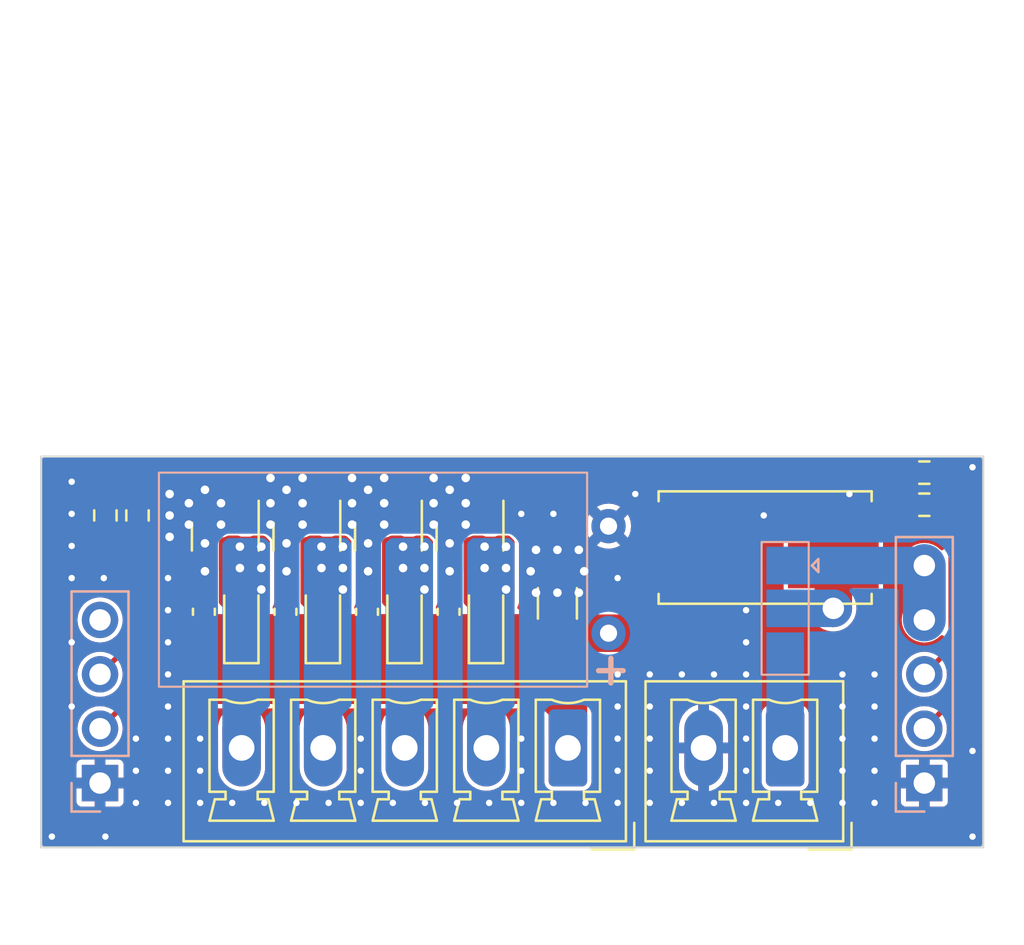
<source format=kicad_pcb>
(kicad_pcb (version 20221018) (generator pcbnew)
  (layers (0 "F.Cu" signal) (31 "B.Cu" signal) (34 "B.Paste" user) (35 "F.Paste" user) (36 "B.SilkS" user "B.Silkscreen") (37 "F.SilkS" user "F.Silkscreen") (38 "B.Mask" user) (39 "F.Mask" user) (44 "Edge.Cuts" user))
  (net 0 "")
  (net 1 "GND")
  (net 2 "+5V")
  (net 3 "VBUS")
  (net 4 "/OUT3")
  (net 5 "/OUT2")
  (net 6 "/OUT0")
  (net 7 "/OUT1")
  (net 8 "VCC")
  (net 9 "Net-(JP1-C)")
  (net 10 "/IN2")
  (net 11 "/IN3")
  (net 12 "Net-(J2-Pin_1)")
  (net 13 "/IN0")
  (net 14 "/IN1")
  (net 15 "Net-(Q1-G)")
  (net 16 "Net-(Q2-G)")
  (net 17 "Net-(Q3-G)")
  (net 18 "Net-(Q4-G)")
  (footprint "Capacitor_SMD:C_0603_1608Metric" (layer "F.Cu") (at 146.0305 110.5 90)
    (fp_text reference "C3" hide)
    (fp_text value "C")
    (fp_line (start -0.14058 -0.51) (end 0.14058 -0.51) (stroke (width 0.12)) (layer "F.SilkS"))
    (fp_line (start -0.14058 0.51) (end 0.14058 0.51) (stroke (width 0.12)) (layer "F.SilkS"))
    (pad "1" smd roundrect (at -0.775 0 90) (size 0.9 0.95) (layers "F.Cu" "F.Paste" "F.Mask") (net 8 "VCC"))
    (pad "2" smd roundrect (at 0.775 0 90) (size 0.9 0.95) (layers "F.Cu" "F.Paste" "F.Mask") (net 1 "GND"))
  )
  (footprint "Resistor_SMD:R_0603_1608Metric" (layer "F.Cu") (at 131.5 106 90)
    (fp_text reference "R1" hide)
    (fp_text value "R")
    (fp_line (start -0.237258 -0.5225) (end 0.237258 -0.5225) (stroke (width 0.12)) (layer "F.SilkS"))
    (fp_line (start -0.237258 0.5225) (end 0.237258 0.5225) (stroke (width 0.12)) (layer "F.SilkS"))
    (pad "1" smd roundrect (at -0.825 0 90) (size 0.8 0.95) (layers "F.Cu" "F.Paste" "F.Mask") (net 13 "/IN0"))
    (pad "2" smd roundrect (at 0.825 0 90) (size 0.8 0.95) (layers "F.Cu" "F.Paste" "F.Mask") (net 15 "Net-(Q1-G)"))
  )
  (footprint "Capacitor_SMD:C_0603_1608Metric" (layer "F.Cu") (at 134.6005 110.5 90)
    (fp_text reference "C6" hide)
    (fp_text value "C")
    (fp_line (start -0.14058 -0.51) (end 0.14058 -0.51) (stroke (width 0.12)) (layer "F.SilkS"))
    (fp_line (start -0.14058 0.51) (end 0.14058 0.51) (stroke (width 0.12)) (layer "F.SilkS"))
    (pad "1" smd roundrect (at -0.775 0 90) (size 0.9 0.95) (layers "F.Cu" "F.Paste" "F.Mask") (net 8 "VCC"))
    (pad "2" smd roundrect (at 0.775 0 90) (size 0.9 0.95) (layers "F.Cu" "F.Paste" "F.Mask") (net 1 "GND"))
  )
  (footprint "Resistor_SMD:R_0603_1608Metric" (layer "F.Cu") (at 168.25 105.5 180)
    (fp_text reference "R4" hide)
    (fp_text value "R")
    (fp_line (start -0.237258 -0.5225) (end 0.237258 -0.5225) (stroke (width 0.12)) (layer "F.SilkS"))
    (fp_line (start -0.237258 0.5225) (end 0.237258 0.5225) (stroke (width 0.12)) (layer "F.SilkS"))
    (pad "1" smd roundrect (at -0.825 0 180) (size 0.8 0.95) (layers "F.Cu" "F.Paste" "F.Mask") (net 11 "/IN3"))
    (pad "2" smd roundrect (at 0.825 0 180) (size 0.8 0.95) (layers "F.Cu" "F.Paste" "F.Mask") (net 18 "Net-(Q4-G)"))
  )
  (footprint "Package_TO_SOT_SMD:SOT-23" (layer "F.Cu") (at 135.6005 106.990001 -90)
    (fp_text reference "Q1" hide)
    (fp_text value "AO3400A")
    (fp_line (start 0 -1.56) (end -1.675 -1.56) (stroke (width 0.12)) (layer "F.SilkS"))
    (fp_line (start 0 -1.56) (end 0.65 -1.56) (stroke (width 0.12)) (layer "F.SilkS"))
    (fp_line (start 0 1.56) (end -0.65 1.56) (stroke (width 0.12)) (layer "F.SilkS"))
    (fp_line (start 0 1.56) (end 0.65 1.56) (stroke (width 0.12)) (layer "F.SilkS"))
    (pad "1" smd roundrect (at -0.9375 -0.95 270) (size 1.475 0.6) (layers "F.Cu" "F.Paste" "F.Mask") (net 15 "Net-(Q1-G)"))
    (pad "2" smd roundrect (at -0.9375 0.95 270) (size 1.475 0.6) (layers "F.Cu" "F.Paste" "F.Mask") (net 1 "GND"))
    (pad "3" smd roundrect (at 0.9375 0 270) (size 1.475 0.6) (layers "F.Cu" "F.Paste" "F.Mask") (net 6 "/OUT0"))
  )
  (footprint "Connector_Phoenix_MC:PhoenixContact_MCV_1,5_2-G-3.81_1x02_P3.81mm_Vertical" (layer "F.Cu") (at 161.75 116.8575 180)
    (fp_text reference "J2" hide)
    (fp_text value "Screw_Terminal_01x02")
    (fp_line (start -3.1 -4.75) (end -1.1 -4.75) (stroke (width 0.12)) (layer "F.SilkS"))
    (fp_line (start -3.1 -3.5) (end -3.1 -4.75) (stroke (width 0.12)) (layer "F.SilkS"))
    (fp_line (start -2.71 -4.36) (end -2.71 3.11) (stroke (width 0.12)) (layer "F.SilkS"))
    (fp_line (start -2.71 3.11) (end 6.52 3.11) (stroke (width 0.12)) (layer "F.SilkS"))
    (fp_line (start -1.5 -3.4) (end 1.5 -3.4) (stroke (width 0.12)) (layer "F.SilkS"))
    (fp_line (start -1.5 -2.05) (end -0.75 -2.05) (stroke (width 0.12)) (layer "F.SilkS"))
    (fp_line (start -1.5 2.25) (end -1.5 -2.05) (stroke (width 0.12)) (layer "F.SilkS"))
    (fp_line (start -1.25 -2.4) (end -1.5 -3.4) (stroke (width 0.12)) (layer "F.SilkS"))
    (fp_line (start -0.75 -2.4) (end -1.25 -2.4) (stroke (width 0.12)) (layer "F.SilkS"))
    (fp_line (start -0.75 -2.05) (end -0.75 -2.4) (stroke (width 0.12)) (layer "F.SilkS"))
    (fp_line (start -0.75 2.25) (end -1.5 2.25) (stroke (width 0.12)) (layer "F.SilkS"))
    (fp_line (start 0.75 -2.4) (end 0.75 -2.05) (stroke (width 0.12)) (layer "F.SilkS"))
    (fp_line (start 0.75 -2.05) (end 1.5 -2.05) (stroke (width 0.12)) (layer "F.SilkS"))
    (fp_line (start 1.25 -2.4) (end 0.75 -2.4) (stroke (width 0.12)) (layer "F.SilkS"))
    (fp_line (start 1.5 -3.4) (end 1.25 -2.4) (stroke (width 0.12)) (layer "F.SilkS"))
    (fp_line (start 1.5 -2.05) (end 1.5 2.25) (stroke (width 0.12)) (layer "F.SilkS"))
    (fp_line (start 1.5 2.25) (end 0.75 2.25) (stroke (width 0.12)) (layer "F.SilkS"))
    (fp_line (start 2.31 -3.4) (end 5.31 -3.4) (stroke (width 0.12)) (layer "F.SilkS"))
    (fp_line (start 2.31 -2.05) (end 3.06 -2.05) (stroke (width 0.12)) (layer "F.SilkS"))
    (fp_line (start 2.31 2.25) (end 2.31 -2.05) (stroke (width 0.12)) (layer "F.SilkS"))
    (fp_line (start 2.56 -2.4) (end 2.31 -3.4) (stroke (width 0.12)) (layer "F.SilkS"))
    (fp_line (start 3.06 -2.4) (end 2.56 -2.4) (stroke (width 0.12)) (layer "F.SilkS"))
    (fp_line (start 3.06 -2.05) (end 3.06 -2.4) (stroke (width 0.12)) (layer "F.SilkS"))
    (fp_line (start 3.06 2.25) (end 2.31 2.25) (stroke (width 0.12)) (layer "F.SilkS"))
    (fp_line (start 4.56 -2.4) (end 4.56 -2.05) (stroke (width 0.12)) (layer "F.SilkS"))
    (fp_line (start 4.56 -2.05) (end 5.31 -2.05) (stroke (width 0.12)) (layer "F.SilkS"))
    (fp_line (start 5.06 -2.4) (end 4.56 -2.4) (stroke (width 0.12)) (layer "F.SilkS"))
    (fp_line (start 5.31 -3.4) (end 5.06 -2.4) (stroke (width 0.12)) (layer "F.SilkS"))
    (fp_line (start 5.31 -2.05) (end 5.31 2.25) (stroke (width 0.12)) (layer "F.SilkS"))
    (fp_line (start 5.31 2.25) (end 4.56 2.25) (stroke (width 0.12)) (layer "F.SilkS"))
    (fp_line (start 6.52 -4.36) (end -2.71 -4.36) (stroke (width 0.12)) (layer "F.SilkS"))
    (fp_line (start 6.52 3.11) (end 6.52 -4.36) (stroke (width 0.12)) (layer "F.SilkS"))
    (fp_arc (start -0.75 2.25) (mid -0.000193 2.09191) (end 0.749647 2.249844) (stroke (width 0.12)) (layer "F.SilkS"))
    (fp_arc (start 3.06 2.25) (mid 3.809807 2.09191) (end 4.559647 2.249844) (stroke (width 0.12)) (layer "F.SilkS"))
    (pad "1" thru_hole roundrect (at 0 0 180) (size 1.8 3.6) (drill 1.2) (layers "*.Cu" "*.Mask") (roundrect_rratio 0.138889) (net 12 "Net-(J2-Pin_1)"))
    (pad "2" thru_hole oval (at 3.81 0 180) (size 1.8 3.6) (drill 1.2) (layers "*.Cu" "*.Mask") (net 1 "GND"))
  )
  (footprint "Connector_Phoenix_MC:PhoenixContact_MCV_1,5_5-G-3.81_1x05_P3.81mm_Vertical" (layer "F.Cu") (at 151.6025 116.8575 180)
    (fp_text reference "J3" hide)
    (fp_text value "Screw_Terminal_01x05")
    (fp_line (start -3.1 -4.75) (end -1.1 -4.75) (stroke (width 0.12)) (layer "F.SilkS"))
    (fp_line (start -3.1 -3.5) (end -3.1 -4.75) (stroke (width 0.12)) (layer "F.SilkS"))
    (fp_line (start -2.71 -4.36) (end -2.71 3.11) (stroke (width 0.12)) (layer "F.SilkS"))
    (fp_line (start -2.71 3.11) (end 17.95 3.11) (stroke (width 0.12)) (layer "F.SilkS"))
    (fp_line (start -1.5 -3.4) (end 1.5 -3.4) (stroke (width 0.12)) (layer "F.SilkS"))
    (fp_line (start -1.5 -2.05) (end -0.75 -2.05) (stroke (width 0.12)) (layer "F.SilkS"))
    (fp_line (start -1.5 2.25) (end -1.5 -2.05) (stroke (width 0.12)) (layer "F.SilkS"))
    (fp_line (start -1.25 -2.4) (end -1.5 -3.4) (stroke (width 0.12)) (layer "F.SilkS"))
    (fp_line (start -0.75 -2.4) (end -1.25 -2.4) (stroke (width 0.12)) (layer "F.SilkS"))
    (fp_line (start -0.75 -2.05) (end -0.75 -2.4) (stroke (width 0.12)) (layer "F.SilkS"))
    (fp_line (start -0.75 2.25) (end -1.5 2.25) (stroke (width 0.12)) (layer "F.SilkS"))
    (fp_line (start 0.75 -2.4) (end 0.75 -2.05) (stroke (width 0.12)) (layer "F.SilkS"))
    (fp_line (start 0.75 -2.05) (end 1.5 -2.05) (stroke (width 0.12)) (layer "F.SilkS"))
    (fp_line (start 1.25 -2.4) (end 0.75 -2.4) (stroke (width 0.12)) (layer "F.SilkS"))
    (fp_line (start 1.5 -3.4) (end 1.25 -2.4) (stroke (width 0.12)) (layer "F.SilkS"))
    (fp_line (start 1.5 -2.05) (end 1.5 2.25) (stroke (width 0.12)) (layer "F.SilkS"))
    (fp_line (start 1.5 2.25) (end 0.75 2.25) (stroke (width 0.12)) (layer "F.SilkS"))
    (fp_line (start 2.31 -3.4) (end 5.31 -3.4) (stroke (width 0.12)) (layer "F.SilkS"))
    (fp_line (start 2.31 -2.05) (end 3.06 -2.05) (stroke (width 0.12)) (layer "F.SilkS"))
    (fp_line (start 2.31 2.25) (end 2.31 -2.05) (stroke (width 0.12)) (layer "F.SilkS"))
    (fp_line (start 2.56 -2.4) (end 2.31 -3.4) (stroke (width 0.12)) (layer "F.SilkS"))
    (fp_line (start 3.06 -2.4) (end 2.56 -2.4) (stroke (width 0.12)) (layer "F.SilkS"))
    (fp_line (start 3.06 -2.05) (end 3.06 -2.4) (stroke (width 0.12)) (layer "F.SilkS"))
    (fp_line (start 3.06 2.25) (end 2.31 2.25) (stroke (width 0.12)) (layer "F.SilkS"))
    (fp_line (start 4.56 -2.4) (end 4.56 -2.05) (stroke (width 0.12)) (layer "F.SilkS"))
    (fp_line (start 4.56 -2.05) (end 5.31 -2.05) (stroke (width 0.12)) (layer "F.SilkS"))
    (fp_line (start 5.06 -2.4) (end 4.56 -2.4) (stroke (width 0.12)) (layer "F.SilkS"))
    (fp_line (start 5.31 -3.4) (end 5.06 -2.4) (stroke (width 0.12)) (layer "F.SilkS"))
    (fp_line (start 5.31 -2.05) (end 5.31 2.25) (stroke (width 0.12)) (layer "F.SilkS"))
    (fp_line (start 5.31 2.25) (end 4.56 2.25) (stroke (width 0.12)) (layer "F.SilkS"))
    (fp_line (start 6.12 -3.4) (end 9.12 -3.4) (stroke (width 0.12)) (layer "F.SilkS"))
    (fp_line (start 6.12 -2.05) (end 6.87 -2.05) (stroke (width 0.12)) (layer "F.SilkS"))
    (fp_line (start 6.12 2.25) (end 6.12 -2.05) (stroke (width 0.12)) (layer "F.SilkS"))
    (fp_line (start 6.37 -2.4) (end 6.12 -3.4) (stroke (width 0.12)) (layer "F.SilkS"))
    (fp_line (start 6.87 -2.4) (end 6.37 -2.4) (stroke (width 0.12)) (layer "F.SilkS"))
    (fp_line (start 6.87 -2.05) (end 6.87 -2.4) (stroke (width 0.12)) (layer "F.SilkS"))
    (fp_line (start 6.87 2.25) (end 6.12 2.25) (stroke (width 0.12)) (layer "F.SilkS"))
    (fp_line (start 8.37 -2.4) (end 8.37 -2.05) (stroke (width 0.12)) (layer "F.SilkS"))
    (fp_line (start 8.37 -2.05) (end 9.12 -2.05) (stroke (width 0.12)) (layer "F.SilkS"))
    (fp_line (start 8.87 -2.4) (end 8.37 -2.4) (stroke (width 0.12)) (layer "F.SilkS"))
    (fp_line (start 9.12 -3.4) (end 8.87 -2.4) (stroke (width 0.12)) (layer "F.SilkS"))
    (fp_line (start 9.12 -2.05) (end 9.12 2.25) (stroke (width 0.12)) (layer "F.SilkS"))
    (fp_line (start 9.12 2.25) (end 8.37 2.25) (stroke (width 0.12)) (layer "F.SilkS"))
    (fp_line (start 9.93 -3.4) (end 12.93 -3.4) (stroke (width 0.12)) (layer "F.SilkS"))
    (fp_line (start 9.93 -2.05) (end 10.68 -2.05) (stroke (width 0.12)) (layer "F.SilkS"))
    (fp_line (start 9.93 2.25) (end 9.93 -2.05) (stroke (width 0.12)) (layer "F.SilkS"))
    (fp_line (start 10.18 -2.4) (end 9.93 -3.4) (stroke (width 0.12)) (layer "F.SilkS"))
    (fp_line (start 10.68 -2.4) (end 10.18 -2.4) (stroke (width 0.12)) (layer "F.SilkS"))
    (fp_line (start 10.68 -2.05) (end 10.68 -2.4) (stroke (width 0.12)) (layer "F.SilkS"))
    (fp_line (start 10.68 2.25) (end 9.93 2.25) (stroke (width 0.12)) (layer "F.SilkS"))
    (fp_line (start 12.18 -2.4) (end 12.18 -2.05) (stroke (width 0.12)) (layer "F.SilkS"))
    (fp_line (start 12.18 -2.05) (end 12.93 -2.05) (stroke (width 0.12)) (layer "F.SilkS"))
    (fp_line (start 12.68 -2.4) (end 12.18 -2.4) (stroke (width 0.12)) (layer "F.SilkS"))
    (fp_line (start 12.93 -3.4) (end 12.68 -2.4) (stroke (width 0.12)) (layer "F.SilkS"))
    (fp_line (start 12.93 -2.05) (end 12.93 2.25) (stroke (width 0.12)) (layer "F.SilkS"))
    (fp_line (start 12.93 2.25) (end 12.18 2.25) (stroke (width 0.12)) (layer "F.SilkS"))
    (fp_line (start 13.74 -3.4) (end 16.74 -3.4) (stroke (width 0.12)) (layer "F.SilkS"))
    (fp_line (start 13.74 -2.05) (end 14.49 -2.05) (stroke (width 0.12)) (layer "F.SilkS"))
    (fp_line (start 13.74 2.25) (end 13.74 -2.05) (stroke (width 0.12)) (layer "F.SilkS"))
    (fp_line (start 13.99 -2.4) (end 13.74 -3.4) (stroke (width 0.12)) (layer "F.SilkS"))
    (fp_line (start 14.49 -2.4) (end 13.99 -2.4) (stroke (width 0.12)) (layer "F.SilkS"))
    (fp_line (start 14.49 -2.05) (end 14.49 -2.4) (stroke (width 0.12)) (layer "F.SilkS"))
    (fp_line (start 14.49 2.25) (end 13.74 2.25) (stroke (width 0.12)) (layer "F.SilkS"))
    (fp_line (start 15.99 -2.4) (end 15.99 -2.05) (stroke (width 0.12)) (layer "F.SilkS"))
    (fp_line (start 15.99 -2.05) (end 16.74 -2.05) (stroke (width 0.12)) (layer "F.SilkS"))
    (fp_line (start 16.49 -2.4) (end 15.99 -2.4) (stroke (width 0.12)) (layer "F.SilkS"))
    (fp_line (start 16.74 -3.4) (end 16.49 -2.4) (stroke (width 0.12)) (layer "F.SilkS"))
    (fp_line (start 16.74 -2.05) (end 16.74 2.25) (stroke (width 0.12)) (layer "F.SilkS"))
    (fp_line (start 16.74 2.25) (end 15.99 2.25) (stroke (width 0.12)) (layer "F.SilkS"))
    (fp_line (start 17.95 -4.36) (end -2.71 -4.36) (stroke (width 0.12)) (layer "F.SilkS"))
    (fp_line (start 17.95 3.11) (end 17.95 -4.36) (stroke (width 0.12)) (layer "F.SilkS"))
    (fp_arc (start -0.75 2.25) (mid -0.000193 2.09191) (end 0.749647 2.249844) (stroke (width 0.12)) (layer "F.SilkS"))
    (fp_arc (start 3.06 2.25) (mid 3.809807 2.09191) (end 4.559647 2.249844) (stroke (width 0.12)) (layer "F.SilkS"))
    (fp_arc (start 6.87 2.25) (mid 7.619807 2.09191) (end 8.369647 2.249844) (stroke (width 0.12)) (layer "F.SilkS"))
    (fp_arc (start 10.68 2.25) (mid 11.429807 2.09191) (end 12.179647 2.249844) (stroke (width 0.12)) (layer "F.SilkS"))
    (fp_arc (start 14.49 2.25) (mid 15.239807 2.09191) (end 15.989647 2.249844) (stroke (width 0.12)) (layer "F.SilkS"))
    (pad "1" thru_hole roundrect (at 0 0 180) (size 1.8 3.6) (drill 1.2) (layers "*.Cu" "*.Mask") (roundrect_rratio 0.138889) (net 8 "VCC"))
    (pad "2" thru_hole oval (at 3.81 0 180) (size 1.8 3.6) (drill 1.2) (layers "*.Cu" "*.Mask") (net 4 "/OUT3"))
    (pad "3" thru_hole oval (at 7.62 0 180) (size 1.8 3.6) (drill 1.2) (layers "*.Cu" "*.Mask") (net 5 "/OUT2"))
    (pad "4" thru_hole oval (at 11.43 0 180) (size 1.8 3.6) (drill 1.2) (layers "*.Cu" "*.Mask") (net 7 "/OUT1"))
    (pad "5" thru_hole oval (at 15.24 0 180) (size 1.8 3.6) (drill 1.2) (layers "*.Cu" "*.Mask") (net 6 "/OUT0"))
  )
  (footprint "Capacitor_SMD:C_1206_3216Metric" (layer "F.Cu") (at 151.1125 110.1075 90)
    (fp_text reference "C2" hide)
    (fp_text value "C")
    (fp_line (start -0.711252 -0.91) (end 0.711252 -0.91) (stroke (width 0.12)) (layer "F.SilkS"))
    (fp_line (start -0.711252 0.91) (end 0.711252 0.91) (stroke (width 0.12)) (layer "F.SilkS"))
    (pad "1" smd roundrect (at -1.475 0 90) (size 1.15 1.8) (layers "F.Cu" "F.Paste" "F.Mask") (roundrect_rratio 0.217391) (net 8 "VCC"))
    (pad "2" smd roundrect (at 1.475 0 90) (size 1.15 1.8) (layers "F.Cu" "F.Paste" "F.Mask") (roundrect_rratio 0.217391) (net 1 "GND"))
  )
  (footprint "Package_TO_SOT_SMD:SOT-23" (layer "F.Cu") (at 147.0305 106.99 -90)
    (fp_text reference "Q4" hide)
    (fp_text value "AO3400A")
    (fp_line (start 0 -1.56) (end -1.675 -1.56) (stroke (width 0.12)) (layer "F.SilkS"))
    (fp_line (start 0 -1.56) (end 0.65 -1.56) (stroke (width 0.12)) (layer "F.SilkS"))
    (fp_line (start 0 1.56) (end -0.65 1.56) (stroke (width 0.12)) (layer "F.SilkS"))
    (fp_line (start 0 1.56) (end 0.65 1.56) (stroke (width 0.12)) (layer "F.SilkS"))
    (pad "1" smd roundrect (at -0.9375 -0.95 270) (size 1.475 0.6) (layers "F.Cu" "F.Paste" "F.Mask") (net 18 "Net-(Q4-G)"))
    (pad "2" smd roundrect (at -0.9375 0.95 270) (size 1.475 0.6) (layers "F.Cu" "F.Paste" "F.Mask") (net 1 "GND"))
    (pad "3" smd roundrect (at 0.9375 0 270) (size 1.475 0.6) (layers "F.Cu" "F.Paste" "F.Mask") (net 4 "/OUT3"))
  )
  (footprint "Package_TO_SOT_SMD:SOT-23" (layer "F.Cu") (at 143.2205 106.99 -90)
    (fp_text reference "Q3" hide)
    (fp_text value "AO3400A")
    (fp_line (start 0 -1.56) (end -1.675 -1.56) (stroke (width 0.12)) (layer "F.SilkS"))
    (fp_line (start 0 -1.56) (end 0.65 -1.56) (stroke (width 0.12)) (layer "F.SilkS"))
    (fp_line (start 0 1.56) (end -0.65 1.56) (stroke (width 0.12)) (layer "F.SilkS"))
    (fp_line (start 0 1.56) (end 0.65 1.56) (stroke (width 0.12)) (layer "F.SilkS"))
    (pad "1" smd roundrect (at -0.9375 -0.95 270) (size 1.475 0.6) (layers "F.Cu" "F.Paste" "F.Mask") (net 17 "Net-(Q3-G)"))
    (pad "2" smd roundrect (at -0.9375 0.95 270) (size 1.475 0.6) (layers "F.Cu" "F.Paste" "F.Mask") (net 1 "GND"))
    (pad "3" smd roundrect (at 0.9375 0 270) (size 1.475 0.6) (layers "F.Cu" "F.Paste" "F.Mask") (net 5 "/OUT2"))
  )
  (footprint "Capacitor_SMD:C_0603_1608Metric" (layer "F.Cu") (at 138.4105 110.5 90)
    (fp_text reference "C5" hide)
    (fp_text value "C")
    (fp_line (start -0.14058 -0.51) (end 0.14058 -0.51) (stroke (width 0.12)) (layer "F.SilkS"))
    (fp_line (start -0.14058 0.51) (end 0.14058 0.51) (stroke (width 0.12)) (layer "F.SilkS"))
    (pad "1" smd roundrect (at -0.775 0 90) (size 0.9 0.95) (layers "F.Cu" "F.Paste" "F.Mask") (net 8 "VCC"))
    (pad "2" smd roundrect (at 0.775 0 90) (size 0.9 0.95) (layers "F.Cu" "F.Paste" "F.Mask") (net 1 "GND"))
  )
  (footprint "Diode_SMD:D_TUMD2" (layer "F.Cu") (at 136.3505 110.990001 90)
    (fp_text reference "D1" hide)
    (fp_text value "D_Schottky")
    (fp_line (start -1.91 -0.8) (end 1.25 -0.8) (stroke (width 0.12)) (layer "F.SilkS"))
    (fp_line (start -1.91 0.8) (end -1.91 -0.8) (stroke (width 0.12)) (layer "F.SilkS"))
    (fp_line (start 1.25 0.8) (end -1.91 0.8) (stroke (width 0.12)) (layer "F.SilkS"))
    (pad "1" smd roundrect (at -0.65 0 270) (size 2 1.1) (layers "F.Cu" "F.Paste" "F.Mask") (roundrect_rratio 0.2272727273) (net 8 "VCC"))
    (pad "2" smd roundrect (at 1.25 0 270) (size 0.8 1.1) (layers "F.Cu" "F.Paste" "F.Mask") (net 6 "/OUT0"))
  )
  (footprint "Resistor_SMD:R_0603_1608Metric" (layer "F.Cu") (at 168.25 104 180)
    (fp_text reference "R3" hide)
    (fp_text value "R")
    (fp_line (start -0.237258 -0.5225) (end 0.237258 -0.5225) (stroke (width 0.12)) (layer "F.SilkS"))
    (fp_line (start -0.237258 0.5225) (end 0.237258 0.5225) (stroke (width 0.12)) (layer "F.SilkS"))
    (pad "1" smd roundrect (at -0.825 0 180) (size 0.8 0.95) (layers "F.Cu" "F.Paste" "F.Mask") (net 10 "/IN2"))
    (pad "2" smd roundrect (at 0.825 0 180) (size 0.8 0.95) (layers "F.Cu" "F.Paste" "F.Mask") (net 17 "Net-(Q3-G)"))
  )
  (footprint "Resistor_SMD:R_0603_1608Metric" (layer "F.Cu") (at 130 106 90)
    (fp_text reference "R2" hide)
    (fp_text value "R")
    (fp_line (start -0.237258 -0.5225) (end 0.237258 -0.5225) (stroke (width 0.12)) (layer "F.SilkS"))
    (fp_line (start -0.237258 0.5225) (end 0.237258 0.5225) (stroke (width 0.12)) (layer "F.SilkS"))
    (pad "1" smd roundrect (at -0.825 0 90) (size 0.8 0.95) (layers "F.Cu" "F.Paste" "F.Mask") (net 14 "/IN1"))
    (pad "2" smd roundrect (at 0.825 0 90) (size 0.8 0.95) (layers "F.Cu" "F.Paste" "F.Mask") (net 16 "Net-(Q2-G)"))
  )
  (footprint "Diode_SMD:D_TUMD2" (layer "F.Cu") (at 140.160498 110.989999 90)
    (fp_text reference "D2" hide)
    (fp_text value "D_Schottky")
    (fp_line (start -1.91 -0.8) (end 1.25 -0.8) (stroke (width 0.12)) (layer "F.SilkS"))
    (fp_line (start -1.91 0.8) (end -1.91 -0.8) (stroke (width 0.12)) (layer "F.SilkS"))
    (fp_line (start 1.25 0.8) (end -1.91 0.8) (stroke (width 0.12)) (layer "F.SilkS"))
    (pad "1" smd roundrect (at -0.65 0 270) (size 2 1.1) (layers "F.Cu" "F.Paste" "F.Mask") (roundrect_rratio 0.2272727273) (net 8 "VCC"))
    (pad "2" smd roundrect (at 1.25 0 270) (size 0.8 1.1) (layers "F.Cu" "F.Paste" "F.Mask") (net 7 "/OUT1"))
  )
  (footprint "Package_TO_SOT_SMD:SOT-23" (layer "F.Cu") (at 139.410499 106.99 -90)
    (fp_text reference "Q2" hide)
    (fp_text value "AO3400A")
    (fp_line (start 0 -1.56) (end -1.675 -1.56) (stroke (width 0.12)) (layer "F.SilkS"))
    (fp_line (start 0 -1.56) (end 0.65 -1.56) (stroke (width 0.12)) (layer "F.SilkS"))
    (fp_line (start 0 1.56) (end -0.65 1.56) (stroke (width 0.12)) (layer "F.SilkS"))
    (fp_line (start 0 1.56) (end 0.65 1.56) (stroke (width 0.12)) (layer "F.SilkS"))
    (pad "1" smd roundrect (at -0.9375 -0.95 270) (size 1.475 0.6) (layers "F.Cu" "F.Paste" "F.Mask") (net 16 "Net-(Q2-G)"))
    (pad "2" smd roundrect (at -0.9375 0.95 270) (size 1.475 0.6) (layers "F.Cu" "F.Paste" "F.Mask") (net 1 "GND"))
    (pad "3" smd roundrect (at 0.9375 0 270) (size 1.475 0.6) (layers "F.Cu" "F.Paste" "F.Mask") (net 7 "/OUT1"))
  )
  (footprint "Diode_SMD:D_TUMD2" (layer "F.Cu") (at 147.7805 110.99 90)
    (fp_text reference "D4" hide)
    (fp_text value "D_Schottky")
    (fp_line (start -1.91 -0.8) (end 1.25 -0.8) (stroke (width 0.12)) (layer "F.SilkS"))
    (fp_line (start -1.91 0.8) (end -1.91 -0.8) (stroke (width 0.12)) (layer "F.SilkS"))
    (fp_line (start 1.25 0.8) (end -1.91 0.8) (stroke (width 0.12)) (layer "F.SilkS"))
    (pad "1" smd roundrect (at -0.65 0 270) (size 2 1.1) (layers "F.Cu" "F.Paste" "F.Mask") (roundrect_rratio 0.2272727273) (net 8 "VCC"))
    (pad "2" smd roundrect (at 1.25 0 270) (size 0.8 1.1) (layers "F.Cu" "F.Paste" "F.Mask") (net 4 "/OUT3"))
  )
  (footprint "Diode_SMD:D_TUMD2" (layer "F.Cu") (at 143.970501 110.99 90)
    (fp_text reference "D3" hide)
    (fp_text value "D_Schottky")
    (fp_line (start -1.91 -0.8) (end 1.25 -0.8) (stroke (width 0.12)) (layer "F.SilkS"))
    (fp_line (start -1.91 0.8) (end -1.91 -0.8) (stroke (width 0.12)) (layer "F.SilkS"))
    (fp_line (start 1.25 0.8) (end -1.91 0.8) (stroke (width 0.12)) (layer "F.SilkS"))
    (pad "1" smd roundrect (at -0.65 0 270) (size 2 1.1) (layers "F.Cu" "F.Paste" "F.Mask") (roundrect_rratio 0.2272727273) (net 8 "VCC"))
    (pad "2" smd roundrect (at 1.25 0 270) (size 0.8 1.1) (layers "F.Cu" "F.Paste" "F.Mask") (net 5 "/OUT2"))
  )
  (footprint "Capacitor_SMD:C_0603_1608Metric" (layer "F.Cu") (at 142.2205 110.5 90)
    (fp_text reference "C4" hide)
    (fp_text value "C")
    (fp_line (start -0.14058 -0.51) (end 0.14058 -0.51) (stroke (width 0.12)) (layer "F.SilkS"))
    (fp_line (start -0.14058 0.51) (end 0.14058 0.51) (stroke (width 0.12)) (layer "F.SilkS"))
    (pad "1" smd roundrect (at -0.775 0 90) (size 0.9 0.95) (layers "F.Cu" "F.Paste" "F.Mask") (net 8 "VCC"))
    (pad "2" smd roundrect (at 0.775 0 90) (size 0.9 0.95) (layers "F.Cu" "F.Paste" "F.Mask") (net 1 "GND"))
  )
  (footprint "Fuse:Fuseholder_Littelfuse_Nano2_154x" (layer "F.Cu") (at 160.815 107.5 180)
    (fp_text reference "F1" hide)
    (fp_text value "Fuse")
    (fp_line (start -4.975 -2.625) (end -4.975 -2.165) (stroke (width 0.12)) (layer "F.SilkS"))
    (fp_line (start -4.975 -2.625) (end 4.975 -2.625) (stroke (width 0.12)) (layer "F.SilkS"))
    (fp_line (start -4.975 2.165) (end -4.975 2.625) (stroke (width 0.12)) (layer "F.SilkS"))
    (fp_line (start -4.975 2.625) (end 4.975 2.625) (stroke (width 0.12)) (layer "F.SilkS"))
    (fp_line (start 4.975 -2.625) (end 4.975 -2.165) (stroke (width 0.12)) (layer "F.SilkS"))
    (fp_line (start 4.975 2.625) (end 4.975 2.165) (stroke (width 0.12)) (layer "F.SilkS"))
    (pad "1" smd rect (at -3.185 0 180) (size 4.24 3.81) (layers "F.Cu" "F.Paste" "F.Mask") (net 9 "Net-(JP1-C)"))
    (pad "2" smd rect (at 3.185 0 180) (size 4.24 3.81) (layers "F.Cu" "F.Paste" "F.Mask") (net 8 "VCC"))
  )
  (footprint "Connector_PinHeader_2.54mm:PinHeader_1x04_P2.54mm_Vertical" (layer "B.Cu") (at 129.75 118.5)
    (fp_text reference "J4" hide)
    (fp_text value "Conn_01x04")
    (fp_line (start -1.33 -8.95) (end 1.33 -8.95) (stroke (width 0.12)) (layer "B.SilkS"))
    (fp_line (start -1.33 -1.27) (end -1.33 -8.95) (stroke (width 0.12)) (layer "B.SilkS"))
    (fp_line (start -1.33 -1.27) (end 1.33 -1.27) (stroke (width 0.12)) (layer "B.SilkS"))
    (fp_line (start -1.33 0) (end -1.33 1.33) (stroke (width 0.12)) (layer "B.SilkS"))
    (fp_line (start -1.33 1.33) (end 0 1.33) (stroke (width 0.12)) (layer "B.SilkS"))
    (fp_line (start 1.33 -1.27) (end 1.33 -8.95) (stroke (width 0.12)) (layer "B.SilkS"))
    (pad "1" thru_hole rect locked (at 0 0) (size 1.7 1.7) (drill 1) (layers "*.Cu" "*.Mask") (net 1 "GND"))
    (pad "2" thru_hole oval locked (at 0 -2.54) (size 1.7 1.7) (drill 1) (layers "*.Cu" "*.Mask") (net 13 "/IN0"))
    (pad "3" thru_hole oval locked (at 0 -5.08) (size 1.7 1.7) (drill 1) (layers "*.Cu" "*.Mask") (net 14 "/IN1"))
    (pad "4" thru_hole oval locked (at 0 -7.62) (size 1.7 1.7) (drill 1) (layers "*.Cu" "*.Mask") (net 2 "+5V"))
  )
  (footprint "project_lib:SolderJumper-3_P2.0mm_Open_Pad1.75x1.75mm" (layer "B.Cu") (at 161.75 110.34 -90)
    (fp_text reference "JP1" hide)
    (fp_text value "SolderJumper_3_Open")
    (fp_line (start -2.3 -1.55) (end -1.7 -1.55) (stroke (width 0.12)) (layer "B.SilkS"))
    (fp_line (start -2 -1.25) (end -2.3 -1.55) (stroke (width 0.12)) (layer "B.SilkS"))
    (fp_line (start -2 -1.25) (end -1.7 -1.55) (stroke (width 0.12)) (layer "B.SilkS"))
    (fp_rect (start -3.1 1.1) (end 3.1 -1.1) (stroke (width 0.1)) (fill none) (layer "B.SilkS"))
    (pad "1" smd rect (at -2 0 270) (size 1.75 1.75) (layers "B.Cu" "B.Mask") (net 3 "VBUS"))
    (pad "2" smd rect (at 0 0 270) (size 1.75 1.75) (layers "B.Cu" "B.Mask") (net 9 "Net-(JP1-C)"))
    (pad "3" smd rect (at 2 0 270) (size 1.75 1.75) (layers "B.Cu" "B.Mask") (net 12 "Net-(J2-Pin_1)"))
  )
  (footprint "project_lib:CP_horizontal_D10.0mm_L20mm_P5.00mm_1" (layer "B.Cu") (at 153.5 106.5 -90)
    (fp_text reference "C1" hide)
    (fp_text value "C_Polarized")
    (fp_text user "+" (at 6.75 0 90 unlocked) (layer "B.SilkS") (effects (font (size 1.5 1.5) (thickness 0.25) bold) (justify mirror)))
    (fp_rect (start -2.5 1) (end 7.5 21) (stroke (width 0.1)) (fill none) (layer "B.SilkS"))
    (pad "1" thru_hole circle (at 5 0 270) (size 1.6 1.6) (drill 0.8) (layers "*.Cu" "*.Mask") (net 8 "VCC"))
    (pad "2" thru_hole circle (at 0 0 270) (size 1.6 1.6) (drill 0.8) (layers "*.Cu" "*.Mask") (net 1 "GND"))
  )
  (footprint "Connector_PinHeader_2.54mm:PinHeader_1x05_P2.54mm_Vertical" (layer "B.Cu") (at 168.25 118.5)
    (fp_text reference "J1" hide)
    (fp_text value "Conn_01x05")
    (fp_line (start -1.33 -11.49) (end 1.33 -11.49) (stroke (width 0.12)) (layer "B.SilkS"))
    (fp_line (start -1.33 -1.27) (end -1.33 -11.49) (stroke (width 0.12)) (layer "B.SilkS"))
    (fp_line (start -1.33 -1.27) (end 1.33 -1.27) (stroke (width 0.12)) (layer "B.SilkS"))
    (fp_line (start -1.33 0) (end -1.33 1.33) (stroke (width 0.12)) (layer "B.SilkS"))
    (fp_line (start -1.33 1.33) (end 0 1.33) (stroke (width 0.12)) (layer "B.SilkS"))
    (fp_line (start 1.33 -1.27) (end 1.33 -11.49) (stroke (width 0.12)) (layer "B.SilkS"))
    (pad "1" thru_hole rect locked (at 0 0) (size 1.7 1.7) (drill 1) (layers "*.Cu" "*.Mask") (net 1 "GND"))
    (pad "2" thru_hole oval locked (at 0 -2.54) (size 1.7 1.7) (drill 1) (layers "*.Cu" "*.Mask") (net 10 "/IN2"))
    (pad "3" thru_hole oval locked (at 0 -5.08) (size 1.7 1.7) (drill 1) (layers "*.Cu" "*.Mask") (net 11 "/IN3"))
    (pad "4" thru_hole oval locked (at 0 -7.62) (size 1.7 1.7) (drill 1) (layers "*.Cu" "*.Mask") (net 3 "VBUS"))
    (pad "5" thru_hole oval locked (at 0 -10.16) (size 1.7 1.7) (drill 1) (layers "*.Cu" "*.Mask") (net 3 "VBUS"))
  )
  (gr_rect (start 127 103.25) (end 171 121.5) (stroke (width 0.1)) (fill none) (layer "Edge.Cuts"))
  (via (at 134.425 117.925) (size 0.6) (drill 0.3) (layers "F.Cu" "B.Cu") (net 1))
  (via (at 139.2105 104.249999) (size 0.8) (drill 0.4) (layers "F.Cu" "B.Cu") (net 1))
  (via (at 145.3305 104.25) (size 0.8) (drill 0.4) (layers "F.Cu" "B.Cu") (net 1))
  (via (at 150.1125 109.6075) (size 0.8) (drill 0.4) (layers "F.Cu" "B.Cu") (net 1))
  (via (at 153.925 114.925) (size 0.6) (drill 0.3) (layers "F.Cu" "B.Cu") (net 1))
  (via (at 155.425 113.425) (size 0.6) (drill 0.3) (layers "F.Cu" "B.Cu") (net 1))
  (via (at 140.425 119.425) (size 0.6) (drill 0.3) (layers "F.Cu" "B.Cu") (net 1))
  (via (at 146.0805 107.3025) (size 0.8) (drill 0.4) (layers "F.Cu" "B.Cu") (net 1))
  (via (at 156.925 119.425) (size 0.6) (drill 0.3) (layers "F.Cu" "B.Cu") (net 1))
  (via (at 149.425 119.425) (size 0.6) (drill 0.3) (layers "F.Cu" "B.Cu") (net 1))
  (via (at 131.425 116.425) (size 0.6) (drill 0.3) (layers "F.Cu" "B.Cu") (net 1))
  (via (at 132.925 108.925) (size 0.6) (drill 0.3) (layers "F.Cu" "B.Cu") (net 1))
  (via (at 134.6505 107.3025) (size 0.8) (drill 0.4) (layers "F.Cu" "B.Cu") (net 1))
  (via (at 134.6505 108.6075) (size 0.8) (drill 0.4) (layers "F.Cu" "B.Cu") (net 1))
  (via (at 159.925 113.425) (size 0.6) (drill 0.3) (layers "F.Cu" "B.Cu") (net 1))
  (via (at 133 107) (size 0.8) (drill 0.4) (layers "F.Cu" "B.Cu") (net 1))
  (via (at 153.925 117.925) (size 0.6) (drill 0.3) (layers "F.Cu" "B.Cu") (net 1))
  (via (at 141.925 116.425) (size 0.6) (drill 0.3) (layers "F.Cu" "B.Cu") (net 1))
  (via (at 137.7105 104.249999) (size 0.8) (drill 0.4) (layers "F.Cu" "B.Cu") (net 1))
  (via (at 152.425 119.425) (size 0.6) (drill 0.3) (layers "F.Cu" "B.Cu") (net 1))
  (via (at 139.2105 105.427499) (size 0.8) (drill 0.4) (layers "F.Cu" "B.Cu") (net 1))
  (via (at 152.1125 107.6075) (size 0.8) (drill 0.4) (layers "F.Cu" "B.Cu") (net 1))
  (via (at 149.425 105.925) (size 0.6) (drill 0.3) (layers "F.Cu" "B.Cu") (net 1))
  (via (at 141.925 119.425) (size 0.6) (drill 0.3) (layers "F.Cu" "B.Cu") (net 1))
  (via (at 133.9005 105.427499) (size 0.8) (drill 0.4) (layers "F.Cu" "B.Cu") (net 1))
  (via (at 127.5 121) (size 0.6) (drill 0.3) (layers "F.Cu" "B.Cu") (net 1))
  (via (at 142.2705 108.6075) (size 0.8) (drill 0.4) (layers "F.Cu" "B.Cu") (net 1))
  (via (at 134.6505 104.8025) (size 0.8) (drill 0.4) (layers "F.Cu" "B.Cu") (net 1))
  (via (at 151.1125 107.6075) (size 0.8) (drill 0.4) (layers "F.Cu" "B.Cu") (net 1))
  (via (at 150.925 119.425) (size 0.6) (drill 0.3) (layers "F.Cu" "B.Cu") (net 1))
  (via (at 149.8625 108.607499) (size 0.8) (drill 0.4) (layers "F.Cu" "B.Cu") (net 1))
  (via (at 160.75 106) (size 0.6) (drill 0.3) (layers "F.Cu" "B.Cu") (net 1))
  (via (at 137.425 119.425) (size 0.6) (drill 0.3) (layers "F.Cu" "B.Cu") (net 1))
  (via (at 149.425 116.425) (size 0.6) (drill 0.3) (layers "F.Cu" "B.Cu") (net 1))
  (via (at 159.925 117.925) (size 0.6) (drill 0.3) (layers "F.Cu" "B.Cu") (net 1))
  (via (at 128.425 111.925) (size 0.6) (drill 0.3) (layers "F.Cu" "B.Cu") (net 1))
  (via (at 132.925 110.425) (size 0.6) (drill 0.3) (layers "F.Cu" "B.Cu") (net 1))
  (via (at 158.425 119.425) (size 0.6) (drill 0.3) (layers "F.Cu" "B.Cu") (net 1))
  (via (at 164.425 113.425) (size 0.6) (drill 0.3) (layers "F.Cu" "B.Cu") (net 1))
  (via (at 134.425 116.425) (size 0.6) (drill 0.3) (layers "F.Cu" "B.Cu") (net 1))
  (via (at 134.425 119.425) (size 0.6) (drill 0.3) (layers "F.Cu" "B.Cu") (net 1))
  (via (at 170.5 121) (size 0.6) (drill 0.3) (layers "F.Cu" "B.Cu") (net 1))
  (via (at 164.425 117.925) (size 0.6) (drill 0.3) (layers "F.Cu" "B.Cu") (net 1))
  (via (at 139.2105 106.4275) (size 0.8) (drill 0.4) (layers "F.Cu" "B.Cu") (net 1))
  (via (at 138.4605 108.6075) (size 0.8) (drill 0.4) (layers "F.Cu" "B.Cu") (net 1))
  (via (at 133 105) (size 0.8) (drill 0.4) (layers "F.Cu" "B.Cu") (net 1))
  (via (at 145.3305 105.4275) (size 0.8) (drill 0.4) (layers "F.Cu" "B.Cu") (net 1))
  (via (at 155.425 119.425) (size 0.6) (drill 0.3) (layers "F.Cu" "B.Cu") (net 1))
  (via (at 164.425 114.925) (size 0.6) (drill 0.3) (layers "F.Cu" "B.Cu") (net 1))
  (via (at 142.2705 104.8025) (size 0.8) (drill 0.4) (layers "F.Cu" "B.Cu") (net 1))
  (via (at 152.3625 108.607499) (size 0.8) (drill 0.4) (layers "F.Cu" "B.Cu") (net 1))
  (via (at 146.8305 104.25) (size 0.8) (drill 0.4) (layers "F.Cu" "B.Cu") (net 1))
  (via (at 135.925 119.425) (size 0.6) (drill 0.3) (layers "F.Cu" "B.Cu") (net 1))
  (via (at 143.0205 105.427499) (size 0.8) (drill 0.4) (layers "F.Cu" "B.Cu") (net 1))
  (via (at 159.925 119.425) (size 0.6) (drill 0.3) (layers "F.Cu" "B.Cu") (net 1))
  (via (at 153.925 113.425) (size 0.6) (drill 0.3) (layers "F.Cu" "B.Cu") (net 1))
  (via (at 146.425 119.425) (size 0.6) (drill 0.3) (layers "F.Cu" "B.Cu") (net 1))
  (via (at 150.1125 107.6075) (size 0.8) (drill 0.4) (layers "F.Cu" "B.Cu") (net 1))
  (via (at 128.425 114.925) (size 0.6) (drill 0.3) (layers "F.Cu" "B.Cu") (net 1))
  (via (at 129.925 108.925) (size 0.6) (drill 0.3) (layers "F.Cu" "B.Cu") (net 1))
  (via (at 128.425 105.925) (size 0.6) (drill 0.3) (layers "F.Cu" "B.Cu") (net 1))
  (via (at 141.5205 104.25) (size 0.8) (drill 0.4) (layers "F.Cu" "B.Cu") (net 1))
  (via (at 132.925 116.425) (size 0.6) (drill 0.3) (layers "F.Cu" "B.Cu") (net 1))
  (via (at 133 106) (size 0.8) (drill 0.4) (layers "F.Cu" "B.Cu") (net 1))
  (via (at 170.5 117) (size 0.6) (drill 0.3) (layers "F.Cu" "B.Cu") (net 1))
  (via (at 146.0805 108.6075) (size 0.8) (drill 0.4) (layers "F.Cu" "B.Cu") (net 1))
  (via (at 141.925 117.925) (size 0.6) (drill 0.3) (layers "F.Cu" "B.Cu") (net 1))
  (via (at 153.925 108.925) (size 0.6) (drill 0.3) (layers "F.Cu" "B.Cu") (net 1))
  (via (at 128.425 108.925) (size 0.6) (drill 0.3) (layers "F.Cu" "B.Cu") (net 1))
  (via (at 132.925 111.925) (size 0.6) (drill 0.3) (layers "F.Cu" "B.Cu") (net 1))
  (via (at 151.1125 109.6075) (size 0.8) (drill 0.4) (layers "F.Cu" "B.Cu") (net 1))
  (via (at 137.7105 106.4275) (size 0.8) (drill 0.4) (layers "F.Cu" "B.Cu") (net 1))
  (via (at 164.425 116.425) (size 0.6) (drill 0.3) (layers "F.Cu" "B.Cu") (net 1))
  (via (at 162.925 119.425) (size 0.6) (drill 0.3) (layers "F.Cu" "B.Cu") (net 1))
  (via (at 159.925 116.425) (size 0.6) (drill 0.3) (layers "F.Cu" "B.Cu") (net 1))
  (via (at 138.4605 107.302501) (size 0.8) (drill 0.4) (layers "F.Cu" "B.Cu") (net 1))
  (via (at 143.0205 104.249999) (size 0.8) (drill 0.4) (layers "F.Cu" "B.Cu") (net 1))
  (via (at 146.0805 104.8025) (size 0.8) (drill 0.4) (layers "F.Cu" "B.Cu") (net 1))
  (via (at 135.4005 105.4275) (size 0.8) (drill 0.4) (layers "F.Cu" "B.Cu") (net 1))
  (via (at 135.4005 106.4275) (size 0.8) (drill 0.4) (layers "F.Cu" "B.Cu") (net 1))
  (via (at 142.2705 107.3025) (size 0.8) (drill 0.4) (layers "F.Cu" "B.Cu") (net 1))
  (via (at 141.5205 106.4275) (size 0.8) (drill 0.4) (layers "F.Cu" "B.Cu") (net 1))
  (via (at 145.3305 106.4275) (size 0.8) (drill 0.4) (layers "F.Cu" "B.Cu") (net 1))
  (via (at 155.425 114.925) (size 0.6) (drill 0.3) (layers "F.Cu" "B.Cu") (net 1))
  (via (at 138.925 119.425) (size 0.6) (drill 0.3) (layers "F.Cu" "B.Cu") (net 1))
  (via (at 144.925 119.425) (size 0.6) (drill 0.3) (layers "F.Cu" "B.Cu") (net 1))
  (via (at 161.425 119.425) (size 0.6) (drill 0.3) (layers "F.Cu" "B.Cu") (net 1))
  (via (at 147.925 119.425) (size 0.6) (drill 0.3) (layers "F.Cu" "B.Cu") (net 1))
  (via (at 164.75 105) (size 0.6) (drill 0.3) (layers "F.Cu" "B.Cu") (net 1))
  (via (at 131.425 117.925) (size 0.6) (drill 0.3) (layers "F.Cu" "B.Cu") (net 1))
  (via (at 138.4605 104.802501) (size 0.8) (drill 0.4) (layers "F.Cu" "B.Cu") (net 1))
  (via (at 146.8305 106.4275) (size 0.8) (drill 0.4) (layers "F.Cu" "B.Cu") (net 1))
  (via (at 165.925 116.425) (size 0.6) (drill 0.3) (layers "F.Cu" "B.Cu") (net 1))
  (via (at 170.5 103.75) (size 0.6) (drill 0.3) (layers "F.Cu" "B.Cu") (net 1))
  (via (at 143.425 119.425) (size 0.6) (drill 0.3) (layers "F.Cu" "B.Cu") (net 1))
  (via (at 137.7105 105.427499) (size 0.8) (drill 0.4) (layers "F.Cu" "B.Cu") (net 1))
  (via (at 132.925 113.425) (size 0.6) (drill 0.3) (layers "F.Cu" "B.Cu") (net 1))
  (via (at 152.1125 109.6075) (size 0.8) (drill 0.4) (layers "F.Cu" "B.Cu") (net 1))
  (via (at 165.925 119.425) (size 0.6) (drill 0.3) (layers "F.Cu" "B.Cu") (net 1))
  (via (at 133.9005 106.4275) (size 0.8) (drill 0.4) (layers "F.Cu" "B.Cu") (net 1))
  (via (at 165.925 114.925) (size 0.6) (drill 0.3) (layers "F.Cu" "B.Cu") (net 1))
  (via (at 128.425 107.425) (size 0.6) (drill 0.3) (layers "F.Cu" "B.Cu") (net 1))
  (via (at 165.925 113.425) (size 0.6) (drill 0.3) (layers "F.Cu" "B.Cu") (net 1))
  (via (at 146.8305 105.4275) (size 0.8) (drill 0.4) (layers "F.Cu" "B.Cu") (net 1))
  (via (at 165.925 117.925) (size 0.6) (drill 0.3) (layers "F.Cu" "B.Cu") (net 1))
  (via (at 159.925 110.425) (size 0.6) (drill 0.3) (layers "F.Cu" "B.Cu") (net 1))
  (via (at 132.925 114.925) (size 0.6) (drill 0.3) (layers "F.Cu" "B.Cu") (net 1))
  (via (at 132.925 119.425) (size 0.6) (drill 0.3) (layers "F.Cu" "B.Cu") (net 1))
  (via (at 141.5205 105.4275) (size 0.8) (drill 0.4) (layers "F.Cu" "B.Cu") (net 1))
  (via (at 153.925 119.425) (size 0.6) (drill 0.3) (layers "F.Cu" "B.Cu") (net 1))
  (via (at 132.925 117.925) (size 0.6) (drill 0.3) (layers "F.Cu" "B.Cu") (net 1))
  (via (at 131.425 119.425) (size 0.6) (drill 0.3) (layers "F.Cu" "B.Cu") (net 1))
  (via (at 150.925 105.925) (size 0.6) (drill 0.3) (layers "F.Cu" "B.Cu") (net 1))
  (via (at 154.75 105) (size 0.6) (drill 0.3) (layers "F.Cu" "B.Cu") (net 1))
  (via (at 149.425 117.925) (size 0.6) (drill 0.3) (layers "F.Cu" "B.Cu") (net 1))
  (via (at 153.925 116.425) (size 0.6) (drill 0.3) (layers "F.Cu" "B.Cu") (net 1))
  (via (at 143.0205 106.4275) (size 0.8) (drill 0.4) (layers "F.Cu" "B.Cu") (net 1))
  (via (at 159.925 114.925) (size 0.6) (drill 0.3) (layers "F.Cu" "B.Cu") (net 1))
  (via (at 159.925 111.925) (size 0.6) (drill 0.3) (layers "F.Cu" "B.Cu") (net 1))
  (via (at 156.925 113.425) (size 0.6) (drill 0.3) (layers "F.Cu" "B.Cu") (net 1))
  (via (at 155.425 116.425) (size 0.6) (drill 0.3) (layers "F.Cu" "B.Cu") (net 1))
  (via (at 155.425 117.925) (size 0.6) (drill 0.3) (layers "F.Cu" "B.Cu") (net 1))
  (via (at 158.425 113.425) (size 0.6) (drill 0.3) (layers "F.Cu" "B.Cu") (net 1))
  (via (at 164.425 119.425) (size 0.6) (drill 0.3) (layers "F.Cu" "B.Cu") (net 1))
  (via (at 130 121) (size 0.6) (drill 0.3) (layers "F.Cu" "B.Cu") (net 1))
  (via (at 128.425 104.425) (size 0.6) (drill 0.3) (layers "F.Cu" "B.Cu") (net 1))
  (segment (start 168.25 110.88) (end 168.25 108.34) (width 2) (layer "B.Cu") (net 3))
  (segment (start 168.25 108.34) (end 161.75 108.34) (width 1.75) (layer "B.Cu") (net 3))
  (via (at 148.7125 109.4575) (size 0.8) (drill 0.4) (layers "F.Cu" "B.Cu") (net 4))
  (via (at 147.712499 108.4575) (size 0.8) (drill 0.4) (layers "F.Cu" "B.Cu") (net 4))
  (via (at 147.7125 107.4575) (size 0.8) (drill 0.4) (layers "F.Cu" "B.Cu") (net 4))
  (via (at 148.7125 107.4575) (size 0.8) (drill 0.4) (layers "F.Cu" "B.Cu") (net 4))
  (via (at 148.7125 108.4575) (size 0.8) (drill 0.4) (layers "F.Cu" "B.Cu") (net 4))
  (via (at 144.902501 107.4575) (size 0.8) (drill 0.4) (layers "F.Cu" "B.Cu") (net 5))
  (via (at 144.902501 108.4575) (size 0.8) (drill 0.4) (layers "F.Cu" "B.Cu") (net 5))
  (via (at 144.902501 109.4575) (size 0.8) (drill 0.4) (layers "F.Cu" "B.Cu") (net 5))
  (via (at 143.902501 107.4575) (size 0.8) (drill 0.4) (layers "F.Cu" "B.Cu") (net 5))
  (via (at 143.902501 108.4575) (size 0.8) (drill 0.4) (layers "F.Cu" "B.Cu") (net 5))
  (via (at 137.2825 107.457501) (size 0.8) (drill 0.4) (layers "F.Cu" "B.Cu") (net 6))
  (via (at 137.2825 109.457501) (size 0.8) (drill 0.4) (layers "F.Cu" "B.Cu") (net 6))
  (via (at 136.2825 108.457501) (size 0.8) (drill 0.4) (layers "F.Cu" "B.Cu") (net 6))
  (via (at 136.2825 107.457501) (size 0.8) (drill 0.4) (layers "F.Cu" "B.Cu") (net 6))
  (via (at 137.2825 108.457501) (size 0.8) (drill 0.4) (layers "F.Cu" "B.Cu") (net 6))
  (via (at 140.092497 108.4575) (size 0.8) (drill 0.4) (layers "F.Cu" "B.Cu") (net 7))
  (via (at 140.092498 107.4575) (size 0.8) (drill 0.4) (layers "F.Cu" "B.Cu") (net 7))
  (via (at 141.092498 109.4575) (size 0.8) (drill 0.4) (layers "F.Cu" "B.Cu") (net 7))
  (via (at 141.092498 107.4575) (size 0.8) (drill 0.4) (layers "F.Cu" "B.Cu") (net 7))
  (via (at 141.092498 108.4575) (size 0.8) (drill 0.4) (layers "F.Cu" "B.Cu") (net 7))
  (segment (start 153.5 111.5) (end 151.195 111.5) (width 1.75) (layer "F.Cu") (net 8))
  (segment (start 151.195 111.5) (end 151.1125 111.5825) (width 1.75) (layer "F.Cu") (net 8))
  (segment (start 157.815 107.5) (end 157.815 109.935) (width 1.75) (layer "F.Cu") (net 8))
  (segment (start 157.815 109.935) (end 156.25 111.5) (width 1.75) (layer "F.Cu") (net 8))
  (segment (start 156.25 111.5) (end 153.5 111.5) (width 1.75) (layer "F.Cu") (net 8))
  (segment (start 164 110.34) (end 164 107.5) (width 1.75) (layer "F.Cu") (net 9))
  (via (at 164 110.34) (size 1.75) (drill 1) (layers "F.Cu" "B.Cu") (net 9))
  (segment (start 164 110.34) (end 161.75 110.34) (width 1.75) (layer "B.Cu") (net 9))
  (segment (start 170 114.21) (end 170 104.375) (width 0.25) (layer "F.Cu") (net 10))
  (segment (start 169.625 104) (end 169.075 104) (width 0.25) (layer "F.Cu") (net 10))
  (segment (start 170 104.375) (end 169.625 104) (width 0.25) (layer "F.Cu") (net 10))
  (segment (start 168.25 115.96) (end 170 114.21) (width 0.25) (layer "F.Cu") (net 10))
  (segment (start 169.5 112.17) (end 168.25 113.42) (width 0.25) (layer "F.Cu") (net 11))
  (segment (start 169.5 106.75) (end 169.5 112.17) (width 0.25) (layer "F.Cu") (net 11))
  (segment (start 169.075 106.325) (end 169.5 106.75) (width 0.25) (layer "F.Cu") (net 11))
  (segment (start 169.075 105.5) (end 169.075 106.325) (width 0.25) (layer "F.Cu") (net 11))
  (segment (start 161.75 112.34) (end 161.75 116.8575) (width 1.75) (layer "B.Cu") (net 12))
  (segment (start 131.5 106.825) (end 131.5 114.21) (width 0.25) (layer "F.Cu") (net 13))
  (segment (start 131.5 114.21) (end 129.75 115.96) (width 0.25) (layer "F.Cu") (net 13))
  (segment (start 130 106.825) (end 130 107.5375) (width 0.25) (layer "F.Cu") (net 14))
  (segment (start 131 108.5375) (end 131 112.17) (width 0.25) (layer "F.Cu") (net 14))
  (segment (start 131 112.17) (end 129.75 113.42) (width 0.25) (layer "F.Cu") (net 14))
  (segment (start 130 107.5375) (end 131 108.5375) (width 0.25) (layer "F.Cu") (net 14))
  (segment (start 136.5505 104.3005) (end 136.25 104) (width 0.25) (layer "F.Cu") (net 15))
  (segment (start 132 104) (end 131.5 104.5) (width 0.25) (layer "F.Cu") (net 15))
  (segment (start 131.5 104.5) (end 131.5 105.175) (width 0.25) (layer "F.Cu") (net 15))
  (segment (start 136.5505 106.0525) (end 136.5505 104.3005) (width 0.25) (layer "F.Cu") (net 15))
  (segment (start 136.25 104) (end 132 104) (width 0.25) (layer "F.Cu") (net 15))
  (segment (start 140.3605 103.8605) (end 140 103.5) (width 0.25) (layer "F.Cu") (net 16))
  (segment (start 131 103.5) (end 130 104.5) (width 0.25) (layer "F.Cu") (net 16))
  (segment (start 130 104.5) (end 130 105.175) (width 0.25) (layer "F.Cu") (net 16))
  (segment (start 140 103.5) (end 131 103.5) (width 0.25) (layer "F.Cu") (net 16))
  (segment (start 140.3605 106.0525) (end 140.3605 103.8605) (width 0.25) (layer "F.Cu") (net 16))
  (segment (start 166.25 103.5) (end 166.75 104) (width 0.25) (layer "F.Cu") (net 17))
  (segment (start 144.5 103.5) (end 166.25 103.5) (width 0.25) (layer "F.Cu") (net 17))
  (segment (start 144.1705 103.8295) (end 144.5 103.5) (width 0.25) (layer "F.Cu") (net 17))
  (segment (start 144.1705 106.0525) (end 144.1705 103.8295) (width 0.25) (layer "F.Cu") (net 17))
  (segment (start 166.75 104) (end 167.425 104) (width 0.25) (layer "F.Cu") (net 17))
  (segment (start 165.25 104) (end 166.75 105.5) (width 0.25) (layer "F.Cu") (net 18))
  (segment (start 166.75 105.5) (end 167.425 105.5) (width 0.25) (layer "F.Cu") (net 18))
  (segment (start 147.9805 104.2695) (end 148.25 104) (width 0.25) (layer "F.Cu") (net 18))
  (segment (start 148.25 104) (end 165.25 104) (width 0.25) (layer "F.Cu") (net 18))
  (segment (start 147.9805 106.0525) (end 147.9805 104.2695) (width 0.25) (layer "F.Cu") (net 18))
  (zone (net 8) (net_name "VCC") (layer "F.Cu") (priority 2) (connect_pads yes (clearance 0.2)) (min_thickness 0.25) (fill yes (thermal_gap 0.5) (thermal_bridge_width 0.5) (smoothing chamfer) (radius 0.5))
    (polygon (pts (xy 152.5 110.6075) (xy 152.5 110.75) (xy 153.5 110.75) (xy 153.5 112.25) (xy 152.5025 112.25) (xy 152.5025 115.0575) (xy 152.5025 116.857499) (xy 150.7025 116.8575) (xy 150.7025 114.8075) (xy 133.6125 114.8075) (xy 133.6125 110.6075)))
  )
  (zone (net 6) (net_name "/OUT0") (layer "F.Cu") (priority 3) (connect_pads yes (clearance 0.2)) (min_thickness 0.25) (fill yes (thermal_gap 0.5) (thermal_bridge_width 0.5) (smoothing chamfer) (radius 0.25))
    (polygon (pts (xy 137.6825 110.357501) (xy 137.6825 106.940001) (xy 135.3005 106.94) (xy 135.3005 110.357501)))
  )
  (zone (net 5) (net_name "/OUT2") (layer "F.Cu") (priority 3) (connect_pads yes (clearance 0.2)) (min_thickness 0.25) (fill yes (thermal_gap 0.5) (thermal_bridge_width 0.5) (smoothing chamfer) (radius 0.25))
    (polygon (pts (xy 145.3025 110.3575) (xy 145.3025 106.94) (xy 142.9205 106.94) (xy 142.9205 110.3575)))
  )
  (zone (net 4) (net_name "/OUT3") (layer "F.Cu") (priority 3) (connect_pads yes (clearance 0.2)) (min_thickness 0.25) (fill yes (thermal_gap 0.5) (thermal_bridge_width 0.5) (smoothing chamfer) (radius 0.25))
    (polygon (pts (xy 149.1125 110.3575) (xy 149.1125 106.939999) (xy 146.7305 106.94) (xy 146.7305 110.3575)))
  )
  (zone (net 7) (net_name "/OUT1") (layer "F.Cu") (priority 3) (connect_pads yes (clearance 0.2)) (min_thickness 0.25) (fill yes (thermal_gap 0.5) (thermal_bridge_width 0.5) (smoothing chamfer) (radius 0.25))
    (polygon (pts (xy 141.492499 110.3575) (xy 141.492499 106.94) (xy 139.110499 106.94) (xy 139.110499 110.3575)))
  )
  (zone (net 1) (net_name "GND") (layers "F&B.Cu") (connect_pads thru_hole_only (clearance 0.2)) (min_thickness 0.2) (fill yes (thermal_gap 0.25) (thermal_bridge_width 0.5) (smoothing fillet) (radius 0.25))
    (polygon (pts (xy 171 124.5) (xy 127 124.5) (xy 127 83.5) (xy 171 83.5)))
  )
  (zone (net 7) (net_name "/OUT1") (layer "B.Cu") (priority 1) (connect_pads yes (clearance 0.2)) (min_thickness 0.25) (fill yes (thermal_gap 0.5) (thermal_bridge_width 0.5) (smoothing chamfer) (radius 0.25))
    (polygon (pts (xy 140.1725 116.8575) (xy 141.072499 116.8575) (xy 141.072499 115.1075) (xy 141.4925 115.1075) (xy 141.492499 107.0575) (xy 139.272499 107.0575) (xy 139.272499 116.857499)))
  )
  (zone (net 6) (net_name "/OUT0") (layer "B.Cu") (priority 1) (connect_pads yes (clearance 0.2)) (min_thickness 0.25) (fill yes (thermal_gap 0.5) (thermal_bridge_width 0.5) (smoothing chamfer) (radius 0.25))
    (polygon (pts (xy 136.3625 116.8575) (xy 137.2625 116.8575) (xy 137.262501 115.107501) (xy 137.682499 115.107501) (xy 137.6825 107.057501) (xy 135.4625 107.057501) (xy 135.462499 116.857501)))
  )
  (zone (net 5) (net_name "/OUT2") (layer "B.Cu") (priority 1) (connect_pads yes (clearance 0.2)) (min_thickness 0.25) (fill yes (thermal_gap 0.5) (thermal_bridge_width 0.5) (smoothing chamfer) (radius 0.25))
    (polygon (pts (xy 143.9825 116.8575) (xy 144.8825 116.8575) (xy 144.8825 115.1075) (xy 145.3025 115.1075) (xy 145.3025 107.0575) (xy 143.0825 107.0575) (xy 143.0825 116.8575)))
  )
  (zone (net 4) (net_name "/OUT3") (layer "B.Cu") (priority 1) (connect_pads yes (clearance 0.2)) (min_thickness 0.25) (fill yes (thermal_gap 0.5) (thermal_bridge_width 0.5) (smoothing chamfer) (radius 0.25))
    (polygon (pts (xy 147.7925 116.8575) (xy 148.6925 116.8575) (xy 148.6925 115.1075) (xy 149.1125 115.1075) (xy 149.112499 107.0575) (xy 146.892499 107.0575) (xy 146.8925 116.8575)))
  )
)
</source>
